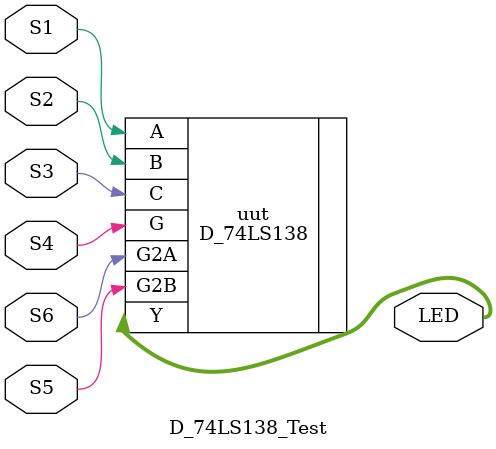
<source format=v>
`timescale 1ns / 1ps
module D_74LS138_Test(
	input S1, S2, S3, S4, S5, S6,
	output [7:0] LED
    );

	D_74LS138 uut(
		.C (S3),
		.B (S2),
		.A (S1),
		.G2A (S6),
		.G2B (S5),
		.G (S4),
		.Y (LED)
	);
endmodule

</source>
